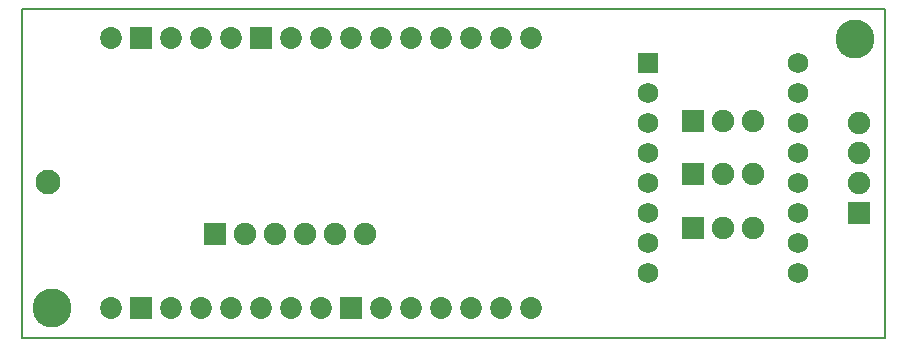
<source format=gbs>
G04 Layer_Color=16711935*
%FSLAX24Y24*%
%MOIN*%
G70*
G01*
G75*
%ADD21C,0.0050*%
%ADD47C,0.0690*%
%ADD48R,0.0690X0.0690*%
%ADD49C,0.0749*%
%ADD50R,0.0749X0.0749*%
%ADD51C,0.0730*%
%ADD52R,0.0730X0.0730*%
%ADD53R,0.0749X0.0749*%
%ADD54C,0.0827*%
%ADD55C,0.1300*%
D21*
X38740Y10000D02*
Y20960D01*
X10000Y10000D02*
X38740D01*
X10000Y20960D02*
X38740D01*
X10000Y10000D02*
Y20960D01*
D47*
X30846Y16154D02*
D03*
X35846D02*
D03*
X30846Y15154D02*
D03*
Y14154D02*
D03*
Y13154D02*
D03*
Y12154D02*
D03*
Y17154D02*
D03*
Y18154D02*
D03*
X35846Y17154D02*
D03*
Y18154D02*
D03*
Y19154D02*
D03*
Y15154D02*
D03*
Y14154D02*
D03*
Y13154D02*
D03*
Y12154D02*
D03*
D48*
X30846Y19154D02*
D03*
D49*
X21419Y13465D02*
D03*
X20419D02*
D03*
X19419D02*
D03*
X17419D02*
D03*
X18419D02*
D03*
X37874Y17154D02*
D03*
Y15154D02*
D03*
Y16154D02*
D03*
X34362Y17244D02*
D03*
X33362D02*
D03*
X34346Y15457D02*
D03*
X33346D02*
D03*
X34362Y13669D02*
D03*
X33362D02*
D03*
D50*
X16419Y13465D02*
D03*
X32362Y17244D02*
D03*
X32346Y15457D02*
D03*
X32362Y13669D02*
D03*
D51*
X12961Y10984D02*
D03*
X14961D02*
D03*
X15961D02*
D03*
X16961D02*
D03*
X17961D02*
D03*
X18961D02*
D03*
X19961D02*
D03*
X21961D02*
D03*
X22961D02*
D03*
X23961D02*
D03*
X24961D02*
D03*
X25961D02*
D03*
X26961D02*
D03*
X12961Y19984D02*
D03*
X14961D02*
D03*
X15961D02*
D03*
X16961D02*
D03*
X18961D02*
D03*
X19961D02*
D03*
X20961D02*
D03*
X21961D02*
D03*
X22961D02*
D03*
X23961D02*
D03*
X24961D02*
D03*
X25961D02*
D03*
X26961D02*
D03*
D52*
X13961Y10984D02*
D03*
X20961D02*
D03*
X13961Y19984D02*
D03*
X17961D02*
D03*
D53*
X37874Y14154D02*
D03*
D54*
X10854Y15193D02*
D03*
D55*
X10984Y10984D02*
D03*
X37756Y19976D02*
D03*
M02*

</source>
